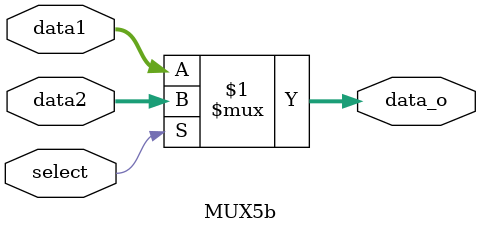
<source format=v>
module MUX5b(
    input [4:0] data1,
    input [4:0] data2,
    input select,
    output [4:0] data_o
);

assign data_o = select?data2:data1;

endmodule
</source>
